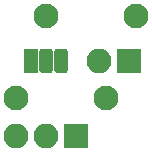
<source format=gbr>
%TF.GenerationSoftware,KiCad,Pcbnew,(5.1.6)-1*%
%TF.CreationDate,2020-09-21T18:41:52-06:00*%
%TF.ProjectId,2n2222 audio amp 2,326e3232-3232-4206-9175-64696f20616d,rev?*%
%TF.SameCoordinates,PX8062360PY5faea10*%
%TF.FileFunction,Soldermask,Top*%
%TF.FilePolarity,Negative*%
%FSLAX46Y46*%
G04 Gerber Fmt 4.6, Leading zero omitted, Abs format (unit mm)*
G04 Created by KiCad (PCBNEW (5.1.6)-1) date 2020-09-21 18:41:52*
%MOMM*%
%LPD*%
G01*
G04 APERTURE LIST*
%ADD10C,2.100000*%
%ADD11R,1.150000X2.100000*%
%ADD12O,2.100000X2.100000*%
%ADD13R,2.100000X2.100000*%
G04 APERTURE END LIST*
D10*
%TO.C,R2*%
X10795000Y6350000D03*
X3175000Y6350000D03*
%TD*%
%TO.C,R1*%
X13335000Y13335000D03*
X5715000Y13335000D03*
%TD*%
D11*
%TO.C,Q1*%
X4445000Y9525000D03*
G36*
G01*
X6410000Y8762500D02*
X6410000Y10287500D01*
G75*
G02*
X6697500Y10575000I287500J0D01*
G01*
X7272500Y10575000D01*
G75*
G02*
X7560000Y10287500I0J-287500D01*
G01*
X7560000Y8762500D01*
G75*
G02*
X7272500Y8475000I-287500J0D01*
G01*
X6697500Y8475000D01*
G75*
G02*
X6410000Y8762500I0J287500D01*
G01*
G37*
G36*
G01*
X5140000Y8762500D02*
X5140000Y10287500D01*
G75*
G02*
X5427500Y10575000I287500J0D01*
G01*
X6002500Y10575000D01*
G75*
G02*
X6290000Y10287500I0J-287500D01*
G01*
X6290000Y8762500D01*
G75*
G02*
X6002500Y8475000I-287500J0D01*
G01*
X5427500Y8475000D01*
G75*
G02*
X5140000Y8762500I0J287500D01*
G01*
G37*
%TD*%
D12*
%TO.C,J2*%
X10160000Y9525000D03*
D13*
X12700000Y9525000D03*
%TD*%
D12*
%TO.C,J1*%
X3175000Y3175000D03*
X5715000Y3175000D03*
D13*
X8255000Y3175000D03*
%TD*%
M02*

</source>
